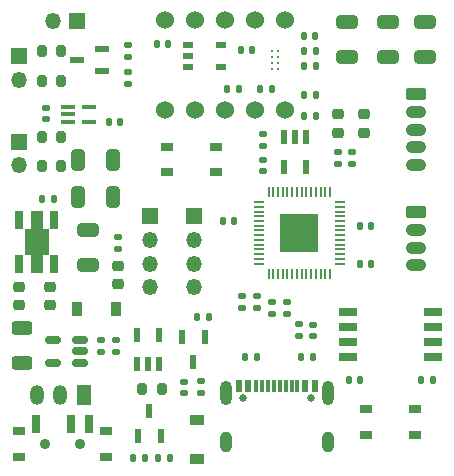
<source format=gts>
%TF.GenerationSoftware,KiCad,Pcbnew,(6.0.4)*%
%TF.CreationDate,2022-12-06T01:10:28+09:00*%
%TF.ProjectId,prometheus-em,70726f6d-6574-4686-9575-732d656d2e6b,rev?*%
%TF.SameCoordinates,Original*%
%TF.FileFunction,Soldermask,Top*%
%TF.FilePolarity,Negative*%
%FSLAX46Y46*%
G04 Gerber Fmt 4.6, Leading zero omitted, Abs format (unit mm)*
G04 Created by KiCad (PCBNEW (6.0.4)) date 2022-12-06 01:10:28*
%MOMM*%
%LPD*%
G01*
G04 APERTURE LIST*
G04 Aperture macros list*
%AMRoundRect*
0 Rectangle with rounded corners*
0 $1 Rounding radius*
0 $2 $3 $4 $5 $6 $7 $8 $9 X,Y pos of 4 corners*
0 Add a 4 corners polygon primitive as box body*
4,1,4,$2,$3,$4,$5,$6,$7,$8,$9,$2,$3,0*
0 Add four circle primitives for the rounded corners*
1,1,$1+$1,$2,$3*
1,1,$1+$1,$4,$5*
1,1,$1+$1,$6,$7*
1,1,$1+$1,$8,$9*
0 Add four rect primitives between the rounded corners*
20,1,$1+$1,$2,$3,$4,$5,0*
20,1,$1+$1,$4,$5,$6,$7,0*
20,1,$1+$1,$6,$7,$8,$9,0*
20,1,$1+$1,$8,$9,$2,$3,0*%
G04 Aperture macros list end*
%ADD10RoundRect,0.200000X-0.200000X-0.275000X0.200000X-0.275000X0.200000X0.275000X-0.200000X0.275000X0*%
%ADD11R,1.200000X0.450000*%
%ADD12RoundRect,0.140000X-0.170000X0.140000X-0.170000X-0.140000X0.170000X-0.140000X0.170000X0.140000X0*%
%ADD13RoundRect,0.250000X0.650000X-0.325000X0.650000X0.325000X-0.650000X0.325000X-0.650000X-0.325000X0*%
%ADD14RoundRect,0.140000X0.140000X0.170000X-0.140000X0.170000X-0.140000X-0.170000X0.140000X-0.170000X0*%
%ADD15RoundRect,0.135000X0.185000X-0.135000X0.185000X0.135000X-0.185000X0.135000X-0.185000X-0.135000X0*%
%ADD16RoundRect,0.135000X0.135000X0.185000X-0.135000X0.185000X-0.135000X-0.185000X0.135000X-0.185000X0*%
%ADD17R,1.350000X1.350000*%
%ADD18O,1.350000X1.350000*%
%ADD19R,0.850000X0.200000*%
%ADD20R,0.200000X0.850000*%
%ADD21R,3.200000X3.200000*%
%ADD22RoundRect,0.250000X-0.615000X0.265000X-0.615000X-0.265000X0.615000X-0.265000X0.615000X0.265000X0*%
%ADD23O,1.730000X1.030000*%
%ADD24RoundRect,0.150000X0.512500X0.150000X-0.512500X0.150000X-0.512500X-0.150000X0.512500X-0.150000X0*%
%ADD25RoundRect,0.140000X0.170000X-0.140000X0.170000X0.140000X-0.170000X0.140000X-0.170000X-0.140000X0*%
%ADD26RoundRect,0.140000X-0.140000X-0.170000X0.140000X-0.170000X0.140000X0.170000X-0.140000X0.170000X0*%
%ADD27RoundRect,0.135000X-0.135000X-0.185000X0.135000X-0.185000X0.135000X0.185000X-0.135000X0.185000X0*%
%ADD28R,0.900000X1.200000*%
%ADD29R,0.600000X1.300000*%
%ADD30R,1.300000X0.600000*%
%ADD31R,1.200000X0.900000*%
%ADD32RoundRect,0.135000X-0.185000X0.135000X-0.185000X-0.135000X0.185000X-0.135000X0.185000X0.135000X0*%
%ADD33RoundRect,0.218750X-0.256250X0.218750X-0.256250X-0.218750X0.256250X-0.218750X0.256250X0.218750X0*%
%ADD34R,0.900000X0.600000*%
%ADD35R,1.050000X0.650000*%
%ADD36R,1.650000X0.650000*%
%ADD37R,0.700000X1.500000*%
%ADD38R,1.000000X1.500000*%
%ADD39R,2.000000X2.200000*%
%ADD40RoundRect,0.250000X-0.650000X0.325000X-0.650000X-0.325000X0.650000X-0.325000X0.650000X0.325000X0*%
%ADD41RoundRect,0.225000X0.250000X-0.225000X0.250000X0.225000X-0.250000X0.225000X-0.250000X-0.225000X0*%
%ADD42RoundRect,0.218750X0.256250X-0.218750X0.256250X0.218750X-0.256250X0.218750X-0.256250X-0.218750X0*%
%ADD43C,0.650000*%
%ADD44R,0.600000X1.140000*%
%ADD45R,0.300000X1.140000*%
%ADD46O,1.000000X1.800000*%
%ADD47O,1.000000X2.100000*%
%ADD48RoundRect,0.225000X-0.250000X0.225000X-0.250000X-0.225000X0.250000X-0.225000X0.250000X0.225000X0*%
%ADD49R,0.600000X1.250000*%
%ADD50RoundRect,0.250000X-0.325000X-0.650000X0.325000X-0.650000X0.325000X0.650000X-0.325000X0.650000X0*%
%ADD51C,1.524000*%
%ADD52C,0.226000*%
%ADD53RoundRect,0.250000X0.625000X-0.312500X0.625000X0.312500X-0.625000X0.312500X-0.625000X-0.312500X0*%
%ADD54R,0.600000X1.200000*%
%ADD55C,0.900000*%
%ADD56R,1.000000X0.800000*%
%ADD57R,1.200000X1.700000*%
%ADD58O,1.200000X1.700000*%
G04 APERTURE END LIST*
D10*
%TO.C,R14*%
X41425000Y-40250000D03*
X43075000Y-40250000D03*
%TD*%
%TO.C,R13*%
X41425000Y-50000000D03*
X43075000Y-50000000D03*
%TD*%
%TO.C,R11*%
X41425000Y-42750000D03*
X43075000Y-42750000D03*
%TD*%
%TO.C,R10*%
X41435000Y-47500000D03*
X43085000Y-47500000D03*
%TD*%
D11*
%TO.C,IC10*%
X43677000Y-44943000D03*
X43677000Y-45593000D03*
X43677000Y-46243000D03*
X45477000Y-46243000D03*
X45477000Y-44943000D03*
%TD*%
D12*
%TO.C,C4*%
X64389000Y-63401000D03*
X64389000Y-64361000D03*
%TD*%
D13*
%TO.C,C26*%
X73914000Y-40718000D03*
X73914000Y-37768000D03*
%TD*%
D14*
%TO.C,C22*%
X52169000Y-39624000D03*
X51209000Y-39624000D03*
%TD*%
D12*
%TO.C,C3*%
X63246000Y-63373000D03*
X63246000Y-64333000D03*
%TD*%
D15*
%TO.C,R19*%
X47752000Y-65711800D03*
X47752000Y-64691800D03*
%TD*%
D16*
%TO.C,R8*%
X64645000Y-40259000D03*
X63625000Y-40259000D03*
%TD*%
D14*
%TO.C,C13*%
X64615000Y-38989000D03*
X63655000Y-38989000D03*
%TD*%
D17*
%TO.C,J8*%
X44434000Y-37719000D03*
D18*
X42434000Y-37719000D03*
%TD*%
D19*
%TO.C,IC1*%
X66696000Y-58226000D03*
X66696000Y-57826000D03*
X66696000Y-57426000D03*
X66696000Y-57026000D03*
X66696000Y-56626000D03*
X66696000Y-56226000D03*
X66696000Y-55826000D03*
X66696000Y-55426000D03*
X66696000Y-55026000D03*
X66696000Y-54626000D03*
X66696000Y-54226000D03*
X66696000Y-53826000D03*
X66696000Y-53426000D03*
X66696000Y-53026000D03*
D20*
X65846000Y-52176000D03*
X65446000Y-52176000D03*
X65046000Y-52176000D03*
X64646000Y-52176000D03*
X64246000Y-52176000D03*
X63846000Y-52176000D03*
X63446000Y-52176000D03*
X63046000Y-52176000D03*
X62646000Y-52176000D03*
X62246000Y-52176000D03*
X61846000Y-52176000D03*
X61446000Y-52176000D03*
X61046000Y-52176000D03*
X60646000Y-52176000D03*
D19*
X59796000Y-53026000D03*
X59796000Y-53426000D03*
X59796000Y-53826000D03*
X59796000Y-54226000D03*
X59796000Y-54626000D03*
X59796000Y-55026000D03*
X59796000Y-55426000D03*
X59796000Y-55826000D03*
X59796000Y-56226000D03*
X59796000Y-56626000D03*
X59796000Y-57026000D03*
X59796000Y-57426000D03*
X59796000Y-57826000D03*
X59796000Y-58226000D03*
D20*
X60646000Y-59076000D03*
X61046000Y-59076000D03*
X61446000Y-59076000D03*
X61846000Y-59076000D03*
X62246000Y-59076000D03*
X62646000Y-59076000D03*
X63046000Y-59076000D03*
X63446000Y-59076000D03*
X63846000Y-59076000D03*
X64246000Y-59076000D03*
X64646000Y-59076000D03*
X65046000Y-59076000D03*
X65446000Y-59076000D03*
X65846000Y-59076000D03*
D21*
X63246000Y-55626000D03*
%TD*%
D22*
%TO.C,J4*%
X73094000Y-43887000D03*
D23*
X73094000Y-45387000D03*
X73094000Y-46887000D03*
X73094000Y-48387000D03*
X73094000Y-49887000D03*
%TD*%
D15*
%TO.C,R20*%
X46482000Y-65711800D03*
X46482000Y-64691800D03*
%TD*%
D24*
%TO.C,U3*%
X44698500Y-66609000D03*
X44698500Y-65659000D03*
X44698500Y-64709000D03*
X42423500Y-64709000D03*
X42423500Y-66609000D03*
%TD*%
D25*
%TO.C,C7*%
X60198000Y-50419000D03*
X60198000Y-49459000D03*
%TD*%
D26*
%TO.C,C25*%
X47145000Y-46228000D03*
X48105000Y-46228000D03*
%TD*%
D27*
%TO.C,R12*%
X59942000Y-43434000D03*
X60962000Y-43434000D03*
%TD*%
D16*
%TO.C,R3*%
X59692000Y-66167000D03*
X58672000Y-66167000D03*
%TD*%
%TO.C,R27*%
X42510000Y-52750000D03*
X41490000Y-52750000D03*
%TD*%
D12*
%TO.C,C24*%
X41783000Y-45014000D03*
X41783000Y-45974000D03*
%TD*%
D28*
%TO.C,D4*%
X47751000Y-62103000D03*
X44451000Y-62103000D03*
%TD*%
D13*
%TO.C,C19*%
X67310000Y-40718000D03*
X67310000Y-37768000D03*
%TD*%
D27*
%TO.C,R9*%
X57148000Y-43434000D03*
X58168000Y-43434000D03*
%TD*%
D29*
%TO.C,Q3*%
X49596000Y-72805000D03*
X51496000Y-72805000D03*
X50546000Y-70705000D03*
%TD*%
D30*
%TO.C,Q2*%
X46550000Y-41950000D03*
X46550000Y-40050000D03*
X44450000Y-41000000D03*
%TD*%
D31*
%TO.C,D2*%
X54610000Y-71502000D03*
X54610000Y-74802000D03*
%TD*%
D32*
%TO.C,R18*%
X54914800Y-68197000D03*
X54914800Y-69217000D03*
%TD*%
D17*
%TO.C,J3*%
X54356000Y-54226200D03*
D18*
X54356000Y-56226200D03*
X54356000Y-58226200D03*
X54356000Y-60226200D03*
%TD*%
D17*
%TO.C,J1*%
X50622200Y-54226200D03*
D18*
X50622200Y-56226200D03*
X50622200Y-58226200D03*
X50622200Y-60226200D03*
%TD*%
D27*
%TO.C,R2*%
X73531000Y-68072000D03*
X74551000Y-68072000D03*
%TD*%
D33*
%TO.C,D5*%
X66548000Y-45567500D03*
X66548000Y-47142500D03*
%TD*%
D26*
%TO.C,C12*%
X67465000Y-68072000D03*
X68425000Y-68072000D03*
%TD*%
D15*
%TO.C,R7*%
X67691000Y-49786000D03*
X67691000Y-48766000D03*
%TD*%
D34*
%TO.C,IC9*%
X53845000Y-39690000D03*
X53845000Y-40640000D03*
X53845000Y-41590000D03*
X56645000Y-41590000D03*
X56645000Y-39690000D03*
%TD*%
D35*
%TO.C,S2*%
X52027000Y-48328000D03*
X56177000Y-48328000D03*
X52027000Y-50478000D03*
X56177000Y-50478000D03*
%TD*%
D26*
%TO.C,C23*%
X58321000Y-40132000D03*
X59281000Y-40132000D03*
%TD*%
D14*
%TO.C,C11*%
X57757000Y-54610000D03*
X56797000Y-54610000D03*
%TD*%
D22*
%TO.C,J2*%
X73094000Y-53884000D03*
D23*
X73094000Y-55384000D03*
X73094000Y-56884000D03*
X73094000Y-58384000D03*
%TD*%
D36*
%TO.C,IC3*%
X74593000Y-66167000D03*
X74593000Y-64897000D03*
X74593000Y-63627000D03*
X74593000Y-62357000D03*
X67393000Y-62357000D03*
X67393000Y-63627000D03*
X67393000Y-64897000D03*
X67393000Y-66167000D03*
%TD*%
D37*
%TO.C,IC8*%
X42500000Y-54538000D03*
D38*
X41000000Y-54538000D03*
D39*
X41000000Y-56388000D03*
D37*
X39500000Y-54538000D03*
X39500000Y-58238000D03*
D38*
X41000000Y-58238000D03*
D37*
X42500000Y-58238000D03*
%TD*%
D40*
%TO.C,C21*%
X45339000Y-55421000D03*
X45339000Y-58371000D03*
%TD*%
D35*
%TO.C,S1*%
X68918000Y-70553000D03*
X73068000Y-70553000D03*
X68918000Y-72703000D03*
X73068000Y-72703000D03*
%TD*%
D15*
%TO.C,R31*%
X66500000Y-49786000D03*
X66500000Y-48766000D03*
%TD*%
D26*
%TO.C,C1*%
X68354000Y-58250000D03*
X69314000Y-58250000D03*
%TD*%
D27*
%TO.C,R22*%
X49147000Y-74676000D03*
X50167000Y-74676000D03*
%TD*%
D13*
%TO.C,C17*%
X70739000Y-40718000D03*
X70739000Y-37768000D03*
%TD*%
D32*
%TO.C,R28*%
X47879000Y-56005000D03*
X47879000Y-57025000D03*
%TD*%
D10*
%TO.C,R25*%
X49937400Y-68808600D03*
X51587400Y-68808600D03*
%TD*%
D12*
%TO.C,C14*%
X53517800Y-68227000D03*
X53517800Y-69187000D03*
%TD*%
D15*
%TO.C,R24*%
X48750000Y-40760000D03*
X48750000Y-39740000D03*
%TD*%
%TO.C,R21*%
X48750000Y-43010000D03*
X48750000Y-41990000D03*
%TD*%
D41*
%TO.C,C16*%
X39497000Y-61735000D03*
X39497000Y-60185000D03*
%TD*%
D32*
%TO.C,R5*%
X62230000Y-61466000D03*
X62230000Y-62486000D03*
%TD*%
D12*
%TO.C,C8*%
X58420000Y-60988000D03*
X58420000Y-61948000D03*
%TD*%
D33*
%TO.C,D1*%
X68707000Y-45567500D03*
X68707000Y-47142500D03*
%TD*%
D15*
%TO.C,R1*%
X60198000Y-48262000D03*
X60198000Y-47242000D03*
%TD*%
D16*
%TO.C,R30*%
X64645000Y-45720000D03*
X63625000Y-45720000D03*
%TD*%
D42*
%TO.C,D3*%
X47879000Y-59969500D03*
X47879000Y-58394500D03*
%TD*%
D43*
%TO.C,U1*%
X64231000Y-69649000D03*
X58451000Y-69649000D03*
D44*
X58141000Y-68579000D03*
X58941000Y-68579000D03*
D45*
X59591000Y-68579000D03*
X60091000Y-68579000D03*
X60591000Y-68579000D03*
X61091000Y-68579000D03*
X61591000Y-68579000D03*
X62091000Y-68579000D03*
X62591000Y-68579000D03*
X63091000Y-68579000D03*
D44*
X63741000Y-68579000D03*
X64541000Y-68579000D03*
D46*
X65661000Y-73329000D03*
D47*
X57021000Y-69149000D03*
D46*
X57021000Y-73329000D03*
D47*
X65661000Y-69149000D03*
%TD*%
D48*
%TO.C,C15*%
X42164000Y-60185000D03*
X42164000Y-61735000D03*
%TD*%
D27*
%TO.C,R23*%
X51306000Y-74676000D03*
X52326000Y-74676000D03*
%TD*%
D16*
%TO.C,R15*%
X64645000Y-41529000D03*
X63625000Y-41529000D03*
%TD*%
D49*
%TO.C,IC2*%
X63815000Y-47518000D03*
X62865000Y-47518000D03*
X61915000Y-47518000D03*
X61915000Y-50018000D03*
X63815000Y-50018000D03*
%TD*%
D50*
%TO.C,C18*%
X44499000Y-52578000D03*
X47449000Y-52578000D03*
%TD*%
D51*
%TO.C,U2*%
X51896000Y-45229000D03*
X54436000Y-45229000D03*
X56976000Y-45229000D03*
X59516000Y-45229000D03*
X62056000Y-45229000D03*
X62056000Y-37609000D03*
X59516000Y-37609000D03*
X56976000Y-37609000D03*
X54436000Y-37609000D03*
X51896000Y-37609000D03*
%TD*%
D27*
%TO.C,R4*%
X63371000Y-66167000D03*
X64391000Y-66167000D03*
%TD*%
D52*
%TO.C,IC6*%
X60964000Y-40271000D03*
X61464000Y-40271000D03*
X60964000Y-40771000D03*
X61464000Y-40771000D03*
X60964000Y-41271000D03*
X61464000Y-41271000D03*
X60964000Y-41771000D03*
X61464000Y-41771000D03*
%TD*%
D27*
%TO.C,R26*%
X54608000Y-62738000D03*
X55628000Y-62738000D03*
%TD*%
D53*
%TO.C,R29*%
X39751000Y-66613500D03*
X39751000Y-63688500D03*
%TD*%
D54*
%TO.C,IC7*%
X49494400Y-66756600D03*
X50444400Y-66756600D03*
X51394400Y-66756600D03*
X51394400Y-64256600D03*
X49494400Y-64256600D03*
%TD*%
D50*
%TO.C,C20*%
X44525000Y-49500000D03*
X47475000Y-49500000D03*
%TD*%
D26*
%TO.C,C2*%
X68354000Y-55050000D03*
X69314000Y-55050000D03*
%TD*%
D55*
%TO.C,S3*%
X44706800Y-73533000D03*
X41706800Y-73533000D03*
D37*
X40956800Y-71783000D03*
X43956800Y-71783000D03*
X45456800Y-71783000D03*
D56*
X39556800Y-72433000D03*
X39556800Y-74633000D03*
X46856800Y-72433000D03*
X46856800Y-74633000D03*
%TD*%
D12*
%TO.C,C9*%
X59690000Y-60988000D03*
X59690000Y-61948000D03*
%TD*%
D16*
%TO.C,R16*%
X64645000Y-43942000D03*
X63625000Y-43942000D03*
%TD*%
D32*
%TO.C,R6*%
X60960000Y-61466000D03*
X60960000Y-62486000D03*
%TD*%
D29*
%TO.C,Q1*%
X55229800Y-64482000D03*
X53329800Y-64482000D03*
X54279800Y-66582000D03*
%TD*%
D17*
%TO.C,J5*%
X39497000Y-47895000D03*
D18*
X39497000Y-49895000D03*
%TD*%
D57*
%TO.C,J7*%
X45000000Y-69381200D03*
D58*
X43000000Y-69381200D03*
X41000000Y-69381200D03*
%TD*%
D17*
%TO.C,J6*%
X39497000Y-40656000D03*
D18*
X39497000Y-42656000D03*
%TD*%
M02*

</source>
